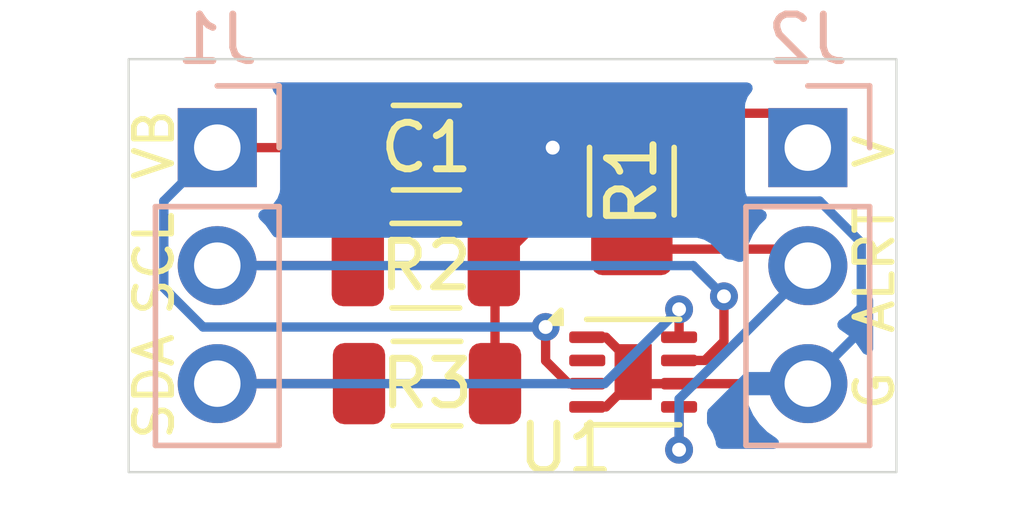
<source format=kicad_pcb>
(kicad_pcb (version 20240108) (generator "pcbnew") (generator_version "8.0")
  (layers (0 "F.Cu" signal) (31 "B.Cu" signal) (34 "B.Paste" user) (35 "F.Paste" user) (36 "B.SilkS" user "B.Silkscreen") (37 "F.SilkS" user "F.Silkscreen") (38 "B.Mask" user) (39 "F.Mask" user) (44 "Edge.Cuts" user))
  (net 0 "")
  (net 1 "GND")
  (net 2 "V_{BATT}")
  (net 3 "SDA")
  (net 4 "SCL")
  (net 5 "~{ALERT}")
  (net 6 "+3V3")
  (footprint "Resistor_SMD:R_1206_3216Metric" (layer "F.Cu") (at 158.7754 76.9219 -90)
    (property "Reference" "R1" (at 0 0 90) (layer "F.SilkS"))
    (property "Value" "100k")
    (fp_line (start -0.727064 0.91) (end 0.727064 0.91) (stroke (width 0.12)) (layer "F.SilkS"))
    (fp_line (start -0.727064 -0.91) (end 0.727064 -0.91) (stroke (width 0.12)) (layer "F.SilkS"))
    (pad "1" smd roundrect (at -1.4625 0 270) (size 1.125 1.75) (layers "F.Cu" "F.Paste" "F.Mask") (roundrect_rratio 0.222222) (net 6 "+3V3"))
    (pad "2" smd roundrect (at 1.4625 0 270) (size 1.125 1.75) (layers "F.Cu" "F.Paste" "F.Mask") (roundrect_rratio 0.222222) (net 5 "~{ALERT}"))
  )
  (footprint "Resistor_SMD:R_1206_3216Metric" (layer "F.Cu") (at 154.3451 78.74 180)
    (property "Reference" "R2" (at 0 0 360) (layer "F.SilkS"))
    (property "Value" "2.2k")
    (fp_line (start -0.727064 0.91) (end 0.727064 0.91) (stroke (width 0.12)) (layer "F.SilkS"))
    (fp_line (start -0.727064 -0.91) (end 0.727064 -0.91) (stroke (width 0.12)) (layer "F.SilkS"))
    (pad "1" smd roundrect (at -1.4625 0 180) (size 1.125 1.75) (layers "F.Cu" "F.Paste" "F.Mask") (roundrect_rratio 0.222222) (net 6 "+3V3"))
    (pad "2" smd roundrect (at 1.4625 0 180) (size 1.125 1.75) (layers "F.Cu" "F.Paste" "F.Mask") (roundrect_rratio 0.222222) (net 4 "SCL"))
  )
  (footprint "Capacitor_SMD:C_1206_3216Metric" (layer "F.Cu") (at 154.357601 76.2)
    (property "Reference" "C1" (at 0 0 360) (layer "F.SilkS"))
    (property "Value" "2.2u")
    (fp_line (start -0.711252 -0.91) (end 0.711252 -0.91) (stroke (width 0.12)) (layer "F.SilkS"))
    (fp_line (start -0.711252 0.91) (end 0.711252 0.91) (stroke (width 0.12)) (layer "F.SilkS"))
    (pad "1" smd roundrect (at -1.475001 0) (size 1.15 1.8) (layers "F.Cu" "F.Paste" "F.Mask") (roundrect_rratio 0.217391) (net 2 "V_{BATT}"))
    (pad "2" smd roundrect (at 1.475001 0) (size 1.15 1.8) (layers "F.Cu" "F.Paste" "F.Mask") (roundrect_rratio 0.217391) (net 1 "GND"))
  )
  (footprint "Resistor_SMD:R_1206_3216Metric" (layer "F.Cu") (at 154.3705 81.28 180)
    (property "Reference" "R3" (at 0 0 360) (layer "F.SilkS"))
    (property "Value" "2.2k")
    (fp_line (start -0.727064 0.91) (end 0.727064 0.91) (stroke (width 0.12)) (layer "F.SilkS"))
    (fp_line (start -0.727064 -0.91) (end 0.727064 -0.91) (stroke (width 0.12)) (layer "F.SilkS"))
    (pad "1" smd roundrect (at -1.4625 0 180) (size 1.125 1.75) (layers "F.Cu" "F.Paste" "F.Mask") (roundrect_rratio 0.222222) (net 6 "+3V3"))
    (pad "2" smd roundrect (at 1.4625 0 180) (size 1.125 1.75) (layers "F.Cu" "F.Paste" "F.Mask") (roundrect_rratio 0.222222) (net 3 "SDA"))
  )
  (footprint "Package_DFN_QFN:TDFN-8-1EP_2x2mm_P0.5mm_EP0.8x1.2mm" (layer "F.Cu") (at 158.804 81.0308)
    (property "Reference" "U1" (at -1.451 1.6462 0) (layer "F.SilkS"))
    (property "Value" "MAX17048G+T10" (hide yes))
    (fp_line (start -1 -1.135) (end 1 -1.135) (stroke (width 0.12)) (layer "F.SilkS"))
    (fp_line (start -1 1.135) (end 1 1.135) (stroke (width 0.12)) (layer "F.SilkS"))
    (fp_poly (pts (xy -1.55 -1.05) (xy -1.83 -1.05) (xy -1.55 -1.33) (xy -1.55 -1.05)) (stroke (width 0.12)) (fill solid) (layer "F.SilkS"))
    (pad "1" smd roundrect (at -0.9875 -0.75) (size 0.775 0.25) (layers "F.Cu" "F.Paste" "F.Mask") (net 1 "GND"))
    (pad "2" smd roundrect (at -0.9875 -0.25) (size 0.775 0.25) (layers "F.Cu" "F.Paste" "F.Mask"))
    (pad "3" smd roundrect (at -0.9875 0.25) (size 0.775 0.25) (layers "F.Cu" "F.Paste" "F.Mask") (net 2 "V_{BATT}"))
    (pad "4" smd roundrect (at -0.9875 0.75) (size 0.775 0.25) (layers "F.Cu" "F.Paste" "F.Mask") (net 1 "GND"))
    (pad "5" smd roundrect (at 0.9875 0.75) (size 0.775 0.25) (layers "F.Cu" "F.Paste" "F.Mask") (net 5 "~{ALERT}"))
    (pad "6" smd roundrect (at 0.9875 0.25) (size 0.775 0.25) (layers "F.Cu" "F.Paste" "F.Mask") (net 1 "GND"))
    (pad "7" smd roundrect (at 0.9875 -0.25) (size 0.775 0.25) (layers "F.Cu" "F.Paste" "F.Mask") (net 4 "SCL"))
    (pad "8" smd roundrect (at 0.9875 -0.75) (size 0.775 0.25) (layers "F.Cu" "F.Paste" "F.Mask") (net 3 "SDA"))
    (pad "9" smd rect (at 0 0) (size 0.8 1.2) (property pad_prop_heatsink) (layers "F.Cu" "F.Mask") (net 1 "GND"))
  )
  (footprint "Connector_PinHeader_2.54mm:PinHeader_1x03_P2.54mm_Vertical" (layer "B.Cu") (at 162.56 76.2 180)
    (property "Reference" "J2" (at 0 2.33 0) (layer "B.SilkS") (effects (justify mirror)))
    (property "Value" "Conn_01x03")
    (fp_line (start 1.33 -1.27) (end -1.33 -1.27) (stroke (width 0.12)) (layer "B.SilkS"))
    (fp_line (start 1.33 -6.41) (end 1.33 -1.27) (stroke (width 0.12)) (layer "B.SilkS"))
    (fp_line (start 1.33 -6.41) (end -1.33 -6.41) (stroke (width 0.12)) (layer "B.SilkS"))
    (fp_line (start 0 1.33) (end -1.33 1.33) (stroke (width 0.12)) (layer "B.SilkS"))
    (fp_line (start -1.33 1.33) (end -1.33 0) (stroke (width 0.12)) (layer "B.SilkS"))
    (fp_line (start -1.33 -6.41) (end -1.33 -1.27) (stroke (width 0.12)) (layer "B.SilkS"))
    (pad "1" thru_hole rect (at 0 0 180) (size 1.7 1.7) (drill 1) (layers "*.Cu" "*.Mask") (net 6 "+3V3"))
    (pad "2" thru_hole oval (at 0 -2.54 180) (size 1.7 1.7) (drill 1) (layers "*.Cu" "*.Mask") (net 5 "~{ALERT}"))
    (pad "3" thru_hole oval (at 0 -5.08 180) (size 1.7 1.7) (drill 1) (layers "*.Cu" "*.Mask") (net 1 "GND"))
  )
  (footprint "Connector_PinHeader_2.54mm:PinHeader_1x03_P2.54mm_Vertical" (layer "B.Cu") (at 149.86 76.2 180)
    (property "Reference" "J1" (at 0 2.33 0) (layer "B.SilkS") (effects (justify mirror)))
    (property "Value" "Conn_01x03")
    (fp_line (start 1.33 -1.27) (end -1.33 -1.27) (stroke (width 0.12)) (layer "B.SilkS"))
    (fp_line (start 1.33 -6.41) (end 1.33 -1.27) (stroke (width 0.12)) (layer "B.SilkS"))
    (fp_line (start 1.33 -6.41) (end -1.33 -6.41) (stroke (width 0.12)) (layer "B.SilkS"))
    (fp_line (start 0 1.33) (end -1.33 1.33) (stroke (width 0.12)) (layer "B.SilkS"))
    (fp_line (start -1.33 1.33) (end -1.33 0) (stroke (width 0.12)) (layer "B.SilkS"))
    (fp_line (start -1.33 -6.41) (end -1.33 -1.27) (stroke (width 0.12)) (layer "B.SilkS"))
    (pad "1" thru_hole rect (at 0 0 180) (size 1.7 1.7) (drill 1) (layers "*.Cu" "*.Mask") (net 2 "V_{BATT}"))
    (pad "2" thru_hole oval (at 0 -2.54 180) (size 1.7 1.7) (drill 1) (layers "*.Cu" "*.Mask") (net 4 "SCL"))
    (pad "3" thru_hole oval (at 0 -5.08 180) (size 1.7 1.7) (drill 1) (layers "*.Cu" "*.Mask") (net 3 "SDA"))
  )
  (gr_rect (start 147.955 74.295) (end 164.465 83.185) (stroke (width 0.05)) (fill none) (layer "Edge.Cuts"))
  (gr_text "G" (at 164.465 81.915 90) (layer "F.SilkS") (effects (font (size 0.8 0.8) (thickness 0.125)) (justify left bottom)))
  (gr_text "VB" (at 148.971 76.962 90) (layer "F.SilkS") (effects (font (size 0.8 0.8) (thickness 0.125)) (justify left bottom)))
  (gr_text "SDA" (at 148.971 82.55 90) (layer "F.SilkS") (effects (font (size 0.8 0.8) (thickness 0.125)) (justify left bottom)))
  (gr_text "ALRT" (at 164.465 80.264 90) (layer "F.SilkS") (effects (font (size 0.8 0.8) (thickness 0.125)) (justify left bottom)))
  (gr_text "SCL" (at 148.971 79.883 90) (layer "F.SilkS") (effects (font (size 0.8 0.8) (thickness 0.125)) (justify left bottom)))
  (gr_text "V" (at 164.465 76.708 90) (layer "F.SilkS") (effects (font (size 0.8 0.8) (thickness 0.125)) (justify left bottom)))
  (segment (start 158.218386 81.7808) (end 158.804 81.195186) (width 0.2) (layer "F.Cu") (net 1))
  (segment (start 159.054 81.2808) (end 159.7915 81.2808) (width 0.2) (layer "F.Cu") (net 1))
  (segment (start 158.804 81.0308) (end 159.054 81.2808) (width 0.2) (layer "F.Cu") (net 1))
  (segment (start 159.7915 81.2808) (end 162.5592 81.2808) (width 0.2) (layer "F.Cu") (net 1))
  (segment (start 155.832602 76.2) (end 157.0736 76.2) (width 0.2) (layer "F.Cu") (net 1))
  (segment (start 158.218386 80.2808) (end 158.804 80.866414) (width 0.2) (layer "F.Cu") (net 1))
  (segment (start 157.8165 80.2808) (end 158.218386 80.2808) (width 0.2) (layer "F.Cu") (net 1))
  (segment (start 158.804 81.195186) (end 158.804 81.0308) (width 0.2) (layer "F.Cu") (net 1))
  (segment (start 162.5592 81.2808) (end 162.56 81.28) (width 0.2) (layer "F.Cu") (net 1))
  (segment (start 158.804 80.866414) (end 158.804 81.0308) (width 0.2) (layer "F.Cu") (net 1))
  (segment (start 157.8165 81.7808) (end 158.218386 81.7808) (width 0.2) (layer "F.Cu") (net 1))
  (via (at 157.0736 76.2) (size 0.6) (drill 0.3) (layers "F.Cu" "B.Cu") (net 1))
  (segment (start 162.814 77.35) (end 158.2236 77.35) (width 0.2) (layer "B.Cu") (net 1))
  (segment (start 158.2236 77.35) (end 157.0736 76.2) (width 0.2) (layer "B.Cu") (net 1))
  (segment (start 163.71 78.246) (end 162.814 77.35) (width 0.2) (layer "B.Cu") (net 1))
  (segment (start 162.56 81.28) (end 163.71 80.13) (width 0.2) (layer "B.Cu") (net 1))
  (segment (start 163.71 80.13) (end 163.71 78.246) (width 0.2) (layer "B.Cu") (net 1))
  (segment (start 157.414614 81.2808) (end 156.9212 80.787386) (width 0.2) (layer "F.Cu") (net 2))
  (segment (start 156.9212 80.787386) (end 156.9212 80.0608) (width 0.2) (layer "F.Cu") (net 2))
  (segment (start 157.8165 81.2808) (end 157.414614 81.2808) (width 0.2) (layer "F.Cu") (net 2))
  (segment (start 152.8826 76.2) (end 149.86 76.2) (width 0.2) (layer "F.Cu") (net 2))
  (via (at 156.9212 80.0608) (size 0.6) (drill 0.3) (layers "F.Cu" "B.Cu") (net 2))
  (segment (start 148.71 79.216346) (end 148.71 77.35) (width 0.2) (layer "B.Cu") (net 2))
  (segment (start 148.71 77.35) (end 149.86 76.2) (width 0.2) (layer "B.Cu") (net 2))
  (segment (start 149.554454 80.0608) (end 148.71 79.216346) (width 0.2) (layer "B.Cu") (net 2))
  (segment (start 156.9212 80.0608) (end 149.554454 80.0608) (width 0.2) (layer "B.Cu") (net 2))
  (segment (start 152.908 81.28) (end 149.86 81.28) (width 0.2) (layer "F.Cu") (net 3))
  (segment (start 159.7915 80.2808) (end 159.7915 79.6799) (width 0.2) (layer "F.Cu") (net 3))
  (segment (start 159.7915 79.6799) (end 159.7914 79.6798) (width 0.2) (layer "F.Cu") (net 3))
  (via (at 159.7914 79.6798) (size 0.6) (drill 0.3) (layers "F.Cu" "B.Cu") (net 3))
  (segment (start 159.7914 79.6798) (end 158.1912 81.28) (width 0.2) (layer "B.Cu") (net 3))
  (segment (start 158.1912 81.28) (end 149.86 81.28) (width 0.2) (layer "B.Cu") (net 3))
  (segment (start 159.7915 80.7808) (end 160.343386 80.7808) (width 0.2) (layer "F.Cu") (net 4))
  (segment (start 152.8826 78.74) (end 149.86 78.74) (width 0.2) (layer "F.Cu") (net 4))
  (segment (start 160.343386 80.7808) (end 160.7566 80.367586) (width 0.2) (layer "F.Cu") (net 4))
  (segment (start 160.7566 80.367586) (end 160.7566 79.4004) (width 0.2) (layer "F.Cu") (net 4))
  (via (at 160.7566 79.4004) (size 0.6) (drill 0.3) (layers "F.Cu" "B.Cu") (net 4))
  (segment (start 160.7566 79.4004) (end 160.0962 78.74) (width 0.2) (layer "B.Cu") (net 4))
  (segment (start 160.0962 78.74) (end 149.86 78.74) (width 0.2) (layer "B.Cu") (net 4))
  (segment (start 158.7754 78.3844) (end 162.2044 78.3844) (width 0.2) (layer "F.Cu") (net 5))
  (segment (start 159.7915 82.7023) (end 159.7914 82.7024) (width 0.2) (layer "F.Cu") (net 5))
  (segment (start 159.7915 81.7808) (end 159.7915 82.7023) (width 0.2) (layer "F.Cu") (net 5))
  (segment (start 162.2044 78.3844) (end 162.56 78.74) (width 0.2) (layer "F.Cu") (net 5))
  (via (at 159.7914 82.7024) (size 0.6) (drill 0.3) (layers "F.Cu" "B.Cu") (net 5))
  (segment (start 162.56 78.8416) (end 162.56 78.74) (width 0.2) (layer "B.Cu") (net 5))
  (segment (start 159.7914 81.6102) (end 162.56 78.8416) (width 0.2) (layer "B.Cu") (net 5))
  (segment (start 159.7914 82.7024) (end 159.7914 81.6102) (width 0.2) (layer "B.Cu") (net 5))
  (segment (start 158.7754 75.4594) (end 161.8194 75.4594) (width 0.2) (layer "F.Cu") (net 6))
  (segment (start 161.8194 75.4594) (end 162.56 76.2) (width 0.2) (layer "F.Cu") (net 6))
  (segment (start 158.7754 75.7722) (end 158.7754 75.4594) (width 0.2) (layer "F.Cu") (net 6))
  (segment (start 155.833 78.7654) (end 155.8076 78.74) (width 0.2) (layer "F.Cu") (net 6))
  (segment (start 155.8076 78.74) (end 158.7754 75.7722) (width 0.2) (layer "F.Cu") (net 6))
  (segment (start 155.833 81.28) (end 155.833 78.7654) (width 0.2) (layer "F.Cu") (net 6))
  (zone (net 1) (net_name "GND") (layer "B.Cu") (connect_pads (clearance 0.5)) (min_thickness 0.25) (fill yes (thermal_gap 0.5) (thermal_bridge_width 0.5))
    (polygon (pts (xy 147.955 74.295) (xy 164.465 74.295) (xy 164.465 83.185) (xy 147.955 83.185)))
  )
)
</source>
